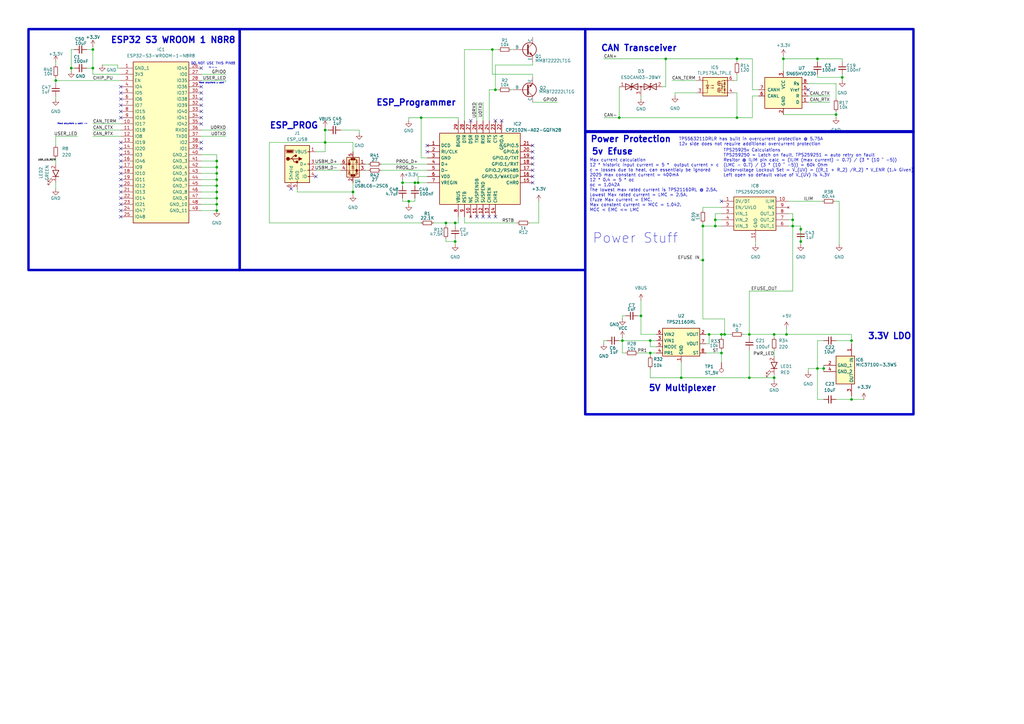
<source format=kicad_sch>
(kicad_sch (version 20250114) (generator "eeschema") (generator_version "9.0")
  (paper "A3")
  (rectangle (start 98.298 11.938) (end 240.03 110.744) (stroke (width 1)))
  (rectangle (start 240.03 11.938) (end 374.65 54.102) (stroke (width 1)))
  (rectangle (start 240.03 53.848) (end 374.65 169.926) (stroke (width 1.016)))
  (rectangle (start 11.684 11.938) (end 98.298 110.744) (stroke (width 1)))
  (text "Move anywhere u want ^\n\n" (at 87.122 34.544 0) (effects (font (size 0.6 0.6))))
  (text "Power Protection" (at 242.062 58.674 0) (effects (font (size 2.54 2.54) (thickness 0.512) (bold yes)) (justify left bottom)))
  (text "Power Stuff" (at 260.604 97.79 0) (effects (font (size 4 4))))
  (text "3.3V LDO" (at 355.854 139.446 0) (effects (font (size 2.54 2.54) (thickness 0.512) (bold yes)) (justify left bottom)))
  (text "TPS563211DRLR has built in overcurrent protection @ 5.75A\n12v side does not require additional overcurrent protection" (at 278.384 56.388 0) (effects (font (size 1.27 1.27)) (justify left top)))
  (text "Move anywhere u want ->\n\n" (at 29.718 51.308 0) (effects (font (size 0.6 0.6))))
  (text "5v Efuse\n" (at 242.57 63.754 0) (effects (font (size 2.54 2.54) (thickness 0.512) (bold yes)) (justify left bottom)))
  (text "TPS25925x Calculations\nTPS259250 = Latch on fault, TPS259251 = auto retry on fault\nResitor @ ILIM pin calc = (ILIM (max current) - 0.7) / (3 * (10 ^ -5))\n(LMC - 0.7) / (3 * (10 ^ -5)) = 60k Ohm\nUndervoltage Lockout Set = V_(UV) = ((R_1 + R_2) /R_2) * V_ENR (1.4 Given)\nLeft open so default value of V_(UV) is 4.3V\n" (at 296.672 60.96 0) (effects (font (size 1.27 1.27)) (justify left top)))
  (text "ESP_PROG" (at 110.49 53.086 0) (effects (font (size 2.54 2.54) (thickness 0.512) (bold yes)) (justify left bottom)))
  (text "CAN Transceiver" (at 246.38 21.336 0) (effects (font (size 2.54 2.54) (thickness 0.512) (bold yes)) (justify left bottom)))
  (text "5V Multiplexer" (at 265.938 160.782 0) (effects (font (size 2.54 2.54) (thickness 0.512) (bold yes)) (justify left bottom)))
  (text "DO NOT USE THIS PIN!!!\n<--" (at 87.376 26.924 0) (effects (font (size 1 1))))
  (text "Max current calculation\n12 * historic input current = 5 *  output current + c\nc = losses due to heat, can essentialy be ignored\n2025 max constant current = 400mA\n12 * 0.4 = 5 * oc\noc = 1.042A\nThe lowest max rated current is TPS2116DRL @ 2.5A.\nLowest Max rated current = LMC = 2.5A.\nEfuze Max current = EMC.\nMax constent current = MCC = 1.042.\nMCC < EMC <= LMC" (at 241.808 65.024 0) (effects (font (size 1.27 1.27)) (justify left top)))
  (text "ESP32 S3 WROOM 1 N8R8" (at 96.774 18.034 0) (effects (font (size 2.54 2.54) (thickness 0.512) (bold yes)) (justify right bottom)))
  (text "ESP_Programmer" (at 154.178 43.688 0) (effects (font (size 2.54 2.54) (thickness 0.512) (bold yes)) (justify left bottom)))
  (junction (at 88.9 76.2))
  (junction (at 38.1 27.94))
  (junction (at 133.35 53.34))
  (junction (at 295.91 144.78))
  (junction (at 302.26 48.26))
  (junction (at 293.37 92.71))
  (junction (at 38.1 20.32))
  (junction (at 88.9 83.82))
  (junction (at 290.83 137.16))
  (junction (at 88.9 71.12))
  (junction (at 325.12 90.17))
  (junction (at 201.93 20.32))
  (junction (at 172.72 48.26))
  (junction (at 203.2 36.83))
  (junction (at 279.4 154.94))
  (junction (at 186.69 91.44))
  (junction (at 88.9 78.74))
  (junction (at 317.5 137.16))
  (junction (at 293.37 90.17))
  (junction (at 29.21 27.94))
  (junction (at 322.58 137.16))
  (junction (at 88.9 66.04))
  (junction (at 295.91 137.16))
  (junction (at 288.29 92.71))
  (junction (at 170.18 74.93))
  (junction (at 307.34 154.94))
  (junction (at 266.7 139.7))
  (junction (at 335.28 24.13))
  (junction (at 88.9 68.58))
  (junction (at 165.1 74.93))
  (junction (at 133.35 58.42))
  (junction (at 182.88 91.44))
  (junction (at 317.5 154.94))
  (junction (at 302.26 24.13))
  (junction (at 262.89 129.54))
  (junction (at 186.69 99.06))
  (junction (at 307.34 137.16))
  (junction (at 266.7 144.78))
  (junction (at 325.12 92.71))
  (junction (at 273.05 24.13))
  (junction (at 337.82 151.13))
  (junction (at 171.45 74.93))
  (junction (at 342.9 46.99))
  (junction (at 88.9 81.28))
  (junction (at 144.78 78.74))
  (junction (at 321.31 24.13))
  (junction (at 328.422 99.06))
  (junction (at 345.44 31.75))
  (junction (at 349.25 139.7))
  (junction (at 349.25 163.83))
  (junction (at 288.29 106.68))
  (junction (at 88.9 86.36))
  (junction (at 254 48.26))
  (junction (at 167.64 82.55))
  (junction (at 255.27 139.7))
  (junction (at 22.86 33.02))
  (junction (at 335.28 151.13))
  (junction (at 328.422 93.98))
  (junction (at 297.18 137.16))
  (junction (at 88.9 73.66))
  (no_connect (at 49.53 88.9))
  (no_connect (at 49.53 86.36))
  (no_connect (at 49.53 76.2))
  (no_connect (at 82.55 60.96))
  (no_connect (at 82.55 40.64))
  (no_connect (at 49.53 45.72))
  (no_connect (at 119.38 77.47))
  (no_connect (at 49.53 60.96))
  (no_connect (at 82.55 50.8))
  (no_connect (at 49.53 71.12))
  (no_connect (at 49.53 68.58))
  (no_connect (at 200.66 88.9))
  (no_connect (at 218.44 62.23))
  (no_connect (at 82.55 43.18))
  (no_connect (at 49.53 83.82))
  (no_connect (at 82.55 35.56))
  (no_connect (at 49.53 66.04))
  (no_connect (at 49.53 81.28))
  (no_connect (at 331.47 36.83))
  (no_connect (at 82.55 58.42))
  (no_connect (at 49.53 43.18))
  (no_connect (at 218.44 72.39))
  (no_connect (at 49.53 38.1))
  (no_connect (at 129.54 72.39))
  (no_connect (at 175.26 62.23))
  (no_connect (at 218.44 59.69))
  (no_connect (at 49.53 35.56))
  (no_connect (at 49.53 48.26))
  (no_connect (at 218.44 67.31))
  (no_connect (at 49.53 58.42))
  (no_connect (at 195.58 88.9))
  (no_connect (at 82.55 27.94))
  (no_connect (at 82.55 38.1))
  (no_connect (at 218.44 64.77))
  (no_connect (at 49.53 78.74))
  (no_connect (at 49.53 63.5))
  (no_connect (at 82.55 48.26))
  (no_connect (at 205.74 49.53))
  (no_connect (at 295.91 82.55))
  (no_connect (at 193.04 49.53))
  (no_connect (at 49.53 40.64))
  (no_connect (at 175.26 59.69))
  (no_connect (at 82.55 45.72))
  (no_connect (at 49.53 73.66))
  (no_connect (at 218.44 74.93))
  (no_connect (at 198.12 88.9))
  (no_connect (at 218.44 69.85))
  (no_connect (at 203.2 88.9))
  (no_connect (at 203.2 49.53))
  (wire (pts (xy 287.02 106.68) (xy 288.29 106.68)))
  (wire (pts (xy 49.53 27.94) (xy 48.26 27.94)))
  (wire (pts (xy 293.37 90.17) (xy 295.91 90.17)))
  (wire (pts (xy 133.35 52.07) (xy 133.35 53.34)))
  (wire (pts (xy 88.9 63.5) (xy 88.9 66.04)))
  (wire (pts (xy 88.9 68.58) (xy 88.9 71.12)))
  (wire (pts (xy 88.9 78.74) (xy 88.9 81.28)))
  (wire (pts (xy 261.62 144.78) (xy 266.7 144.78)))
  (wire (pts (xy 177.8 91.44) (xy 182.88 91.44)))
  (wire (pts (xy 288.29 106.68) (xy 288.29 92.71)))
  (wire (pts (xy 321.31 46.99) (xy 342.9 46.99)))
  (wire (pts (xy 220.98 91.44) (xy 220.98 82.55)))
  (wire (pts (xy 156.21 69.85) (xy 175.26 69.85)))
  (wire (pts (xy 170.18 82.55) (xy 170.18 81.28)))
  (wire (pts (xy 38.1 30.48) (xy 49.53 30.48)))
  (wire (pts (xy 322.58 137.16) (xy 349.25 137.16)))
  (wire (pts (xy 295.91 137.16) (xy 297.18 137.16)))
  (wire (pts (xy 308.61 24.13) (xy 308.61 36.83)))
  (wire (pts (xy 22.86 33.02) (xy 49.53 33.02)))
  (wire (pts (xy 279.4 154.94) (xy 307.34 154.94)))
  (wire (pts (xy 335.28 24.13) (xy 335.28 25.4)))
  (wire (pts (xy 218.44 41.91) (xy 228.6 41.91)))
  (wire (pts (xy 331.47 151.13) (xy 331.47 152.4)))
  (wire (pts (xy 82.55 73.66) (xy 88.9 73.66)))
  (wire (pts (xy 88.9 83.82) (xy 88.9 86.36)))
  (wire (pts (xy 82.55 53.34) (xy 92.71 53.34)))
  (wire (pts (xy 255.27 138.43) (xy 255.27 139.7)))
  (wire (pts (xy 186.69 91.44) (xy 187.96 91.44)))
  (wire (pts (xy 304.8 137.16) (xy 307.34 137.16)))
  (wire (pts (xy 254 48.26) (xy 302.26 48.26)))
  (wire (pts (xy 172.72 48.26) (xy 172.72 64.77)))
  (wire (pts (xy 38.1 27.94) (xy 38.1 30.48)))
  (wire (pts (xy 209.55 36.83) (xy 210.82 36.83)))
  (wire (pts (xy 323.342 92.71) (xy 325.12 92.71)))
  (wire (pts (xy 22.86 55.88) (xy 31.75 55.88)))
  (wire (pts (xy 82.55 30.48) (xy 92.71 30.48)))
  (wire (pts (xy 335.28 31.75) (xy 335.28 30.48)))
  (wire (pts (xy 38.1 19.05) (xy 38.1 20.32)))
  (wire (pts (xy 88.9 81.28) (xy 88.9 83.82)))
  (wire (pts (xy 41.91 26.67) (xy 48.26 26.67)))
  (wire (pts (xy 30.48 20.32) (xy 29.21 20.32)))
  (wire (pts (xy 218.44 26.67) (xy 218.44 25.4)))
  (wire (pts (xy 285.75 33.02) (xy 275.59 33.02)))
  (wire (pts (xy 317.5 143.51) (xy 317.5 146.05)))
  (wire (pts (xy 295.91 137.16) (xy 295.91 138.43)))
  (wire (pts (xy 82.55 81.28) (xy 88.9 81.28)))
  (wire (pts (xy 201.93 20.32) (xy 204.47 20.32)))
  (wire (pts (xy 349.25 163.83) (xy 342.9 163.83)))
  (wire (pts (xy 203.2 26.67) (xy 203.2 36.83)))
  (wire (pts (xy 293.37 92.71) (xy 295.91 92.71)))
  (wire (pts (xy 218.44 30.48) (xy 218.44 31.75)))
  (wire (pts (xy 288.29 106.68) (xy 288.29 130.81)))
  (wire (pts (xy 167.64 82.55) (xy 170.18 82.55)))
  (wire (pts (xy 82.55 66.04) (xy 88.9 66.04)))
  (wire (pts (xy 254 35.56) (xy 254 48.26)))
  (wire (pts (xy 308.61 36.83) (xy 311.15 36.83)))
  (wire (pts (xy 182.88 92.71) (xy 182.88 91.44)))
  (wire (pts (xy 335.28 139.7) (xy 335.28 151.13)))
  (wire (pts (xy 262.89 39.37) (xy 262.89 40.64)))
  (wire (pts (xy 344.17 82.55) (xy 344.17 100.33)))
  (wire (pts (xy 218.44 26.67) (xy 203.2 26.67)))
  (wire (pts (xy 342.9 46.99) (xy 342.9 48.26)))
  (wire (pts (xy 321.31 24.13) (xy 321.31 29.21)))
  (wire (pts (xy 255.27 139.7) (xy 266.7 139.7)))
  (wire (pts (xy 171.45 72.39) (xy 175.26 72.39)))
  (wire (pts (xy 22.86 33.02) (xy 22.86 31.75)))
  (wire (pts (xy 175.26 64.77) (xy 172.72 64.77)))
  (wire (pts (xy 35.56 20.32) (xy 38.1 20.32)))
  (wire (pts (xy 293.37 90.17) (xy 293.37 87.63)))
  (wire (pts (xy 273.05 24.13) (xy 302.26 24.13)))
  (wire (pts (xy 323.342 82.55) (xy 337.312 82.55)))
  (wire (pts (xy 190.5 91.44) (xy 190.5 88.9)))
  (wire (pts (xy 302.26 25.4) (xy 302.26 24.13)))
  (wire (pts (xy 200.66 36.83) (xy 203.2 36.83)))
  (wire (pts (xy 328.422 93.98) (xy 328.422 92.71)))
  (wire (pts (xy 129.54 69.85) (xy 139.7 69.85)))
  (wire (pts (xy 335.28 151.13) (xy 335.28 163.83)))
  (wire (pts (xy 165.1 74.93) (xy 165.1 73.66)))
  (wire (pts (xy 345.44 24.13) (xy 345.44 25.4)))
  (wire (pts (xy 302.26 33.02) (xy 302.26 30.48)))
  (wire (pts (xy 110.49 58.42) (xy 110.49 91.44)))
  (wire (pts (xy 337.82 163.83) (xy 335.28 163.83)))
  (wire (pts (xy 337.82 149.86) (xy 337.82 151.13)))
  (wire (pts (xy 307.34 119.38) (xy 307.34 137.16)))
  (wire (pts (xy 300.99 33.02) (xy 302.26 33.02)))
  (wire (pts (xy 29.21 27.94) (xy 29.21 29.21)))
  (wire (pts (xy 342.9 45.72) (xy 342.9 46.99)))
  (wire (pts (xy 337.82 151.13) (xy 335.28 151.13)))
  (wire (pts (xy 335.28 139.7) (xy 337.82 139.7)))
  (wire (pts (xy 308.61 48.26) (xy 308.61 39.37)))
  (wire (pts (xy 187.96 91.44) (xy 187.96 88.9)))
  (wire (pts (xy 195.58 49.53) (xy 195.58 41.91)))
  (wire (pts (xy 144.78 74.93) (xy 144.78 78.74)))
  (wire (pts (xy 266.7 142.24) (xy 269.24 142.24)))
  (wire (pts (xy 186.69 99.06) (xy 186.69 100.33)))
  (wire (pts (xy 261.62 129.54) (xy 262.89 129.54)))
  (wire (pts (xy 88.9 73.66) (xy 88.9 76.2)))
  (wire (pts (xy 325.12 92.71) (xy 325.12 119.38)))
  (wire (pts (xy 288.29 85.09) (xy 295.91 85.09)))
  (wire (pts (xy 121.92 78.74) (xy 121.92 77.47)))
  (wire (pts (xy 88.9 71.12) (xy 88.9 73.66)))
  (wire (pts (xy 322.58 134.62) (xy 322.58 137.16)))
  (wire (pts (xy 302.26 48.26) (xy 308.61 48.26)))
  (wire (pts (xy 317.5 153.67) (xy 317.5 154.94)))
  (wire (pts (xy 273.05 35.56) (xy 271.78 35.56)))
  (wire (pts (xy 82.55 76.2) (xy 88.9 76.2)))
  (wire (pts (xy 331.47 34.29) (xy 342.9 34.29)))
  (wire (pts (xy 167.64 82.55) (xy 167.64 83.82)))
  (wire (pts (xy 349.25 163.83) (xy 354.33 163.83)))
  (wire (pts (xy 38.1 53.34) (xy 49.53 53.34)))
  (wire (pts (xy 290.83 137.16) (xy 295.91 137.16)))
  (wire (pts (xy 110.49 58.42) (xy 133.35 58.42)))
  (wire (pts (xy 325.12 92.71) (xy 325.12 90.17)))
  (wire (pts (xy 297.18 137.16) (xy 297.18 130.81)))
  (wire (pts (xy 133.35 53.34) (xy 133.35 58.42)))
  (wire (pts (xy 38.1 50.8) (xy 49.53 50.8)))
  (wire (pts (xy 290.83 137.16) (xy 290.83 140.97)))
  (wire (pts (xy 297.18 137.16) (xy 299.72 137.16)))
  (wire (pts (xy 247.65 48.26) (xy 254 48.26)))
  (wire (pts (xy 170.18 74.93) (xy 170.18 76.2)))
  (wire (pts (xy 288.29 85.09) (xy 288.29 86.36)))
  (wire (pts (xy 289.56 144.78) (xy 295.91 144.78)))
  (wire (pts (xy 322.58 137.16) (xy 317.5 137.16)))
  (wire (pts (xy 266.7 151.13) (xy 266.7 154.94)))
  (wire (pts (xy 187.96 48.26) (xy 172.72 48.26)))
  (wire (pts (xy 337.82 151.13) (xy 337.82 152.4)))
  (wire (pts (xy 349.25 137.16) (xy 349.25 139.7)))
  (wire (pts (xy 349.25 139.7) (xy 349.25 140.97)))
  (wire (pts (xy 262.89 129.54) (xy 262.89 137.16)))
  (wire (pts (xy 300.99 38.1) (xy 302.26 38.1)))
  (wire (pts (xy 171.45 72.39) (xy 171.45 74.93)))
  (wire (pts (xy 325.12 119.38) (xy 307.34 119.38)))
  (wire (pts (xy 186.69 97.79) (xy 186.69 99.06)))
  (wire (pts (xy 190.5 20.32) (xy 190.5 49.53)))
  (wire (pts (xy 22.86 64.77) (xy 22.86 67.31)))
  (wire (pts (xy 266.7 144.78) (xy 269.24 144.78)))
  (wire (pts (xy 38.1 55.88) (xy 49.53 55.88)))
  (wire (pts (xy 247.65 24.13) (xy 273.05 24.13)))
  (wire (pts (xy 307.34 137.16) (xy 307.34 138.43)))
  (wire (pts (xy 342.392 82.55) (xy 344.17 82.55)))
  (wire (pts (xy 82.55 86.36) (xy 88.9 86.36)))
  (wire (pts (xy 317.5 154.94) (xy 317.5 156.21)))
  (wire (pts (xy 293.37 87.63) (xy 295.91 87.63)))
  (wire (pts (xy 88.9 66.04) (xy 88.9 68.58)))
  (wire (pts (xy 133.35 58.42) (xy 133.35 62.23)))
  (wire (pts (xy 170.18 74.93) (xy 171.45 74.93)))
  (wire (pts (xy 149.86 67.31) (xy 151.13 67.31)))
  (wire (pts (xy 121.92 78.74) (xy 144.78 78.74)))
  (wire (pts (xy 48.26 26.67) (xy 48.26 27.94)))
  (wire (pts (xy 218.44 30.48) (xy 201.93 30.48)))
  (wire (pts (xy 167.64 48.26) (xy 167.64 49.53)))
  (wire (pts (xy 349.25 163.83) (xy 349.25 162.56)))
  (wire (pts (xy 129.54 67.31) (xy 139.7 67.31)))
  (wire (pts (xy 22.86 39.37) (xy 22.86 40.64)))
  (wire (pts (xy 273.05 24.13) (xy 273.05 35.56)))
  (wire (pts (xy 165.1 74.93) (xy 170.18 74.93)))
  (wire (pts (xy 321.31 22.86) (xy 321.31 24.13)))
  (wire (pts (xy 262.89 123.19) (xy 262.89 129.54)))
  (wire (pts (xy 307.34 137.16) (xy 317.5 137.16)))
  (wire (pts (xy 38.1 20.32) (xy 38.1 27.94)))
  (wire (pts (xy 217.17 91.44) (xy 220.98 91.44)))
  (wire (pts (xy 247.65 139.7) (xy 248.92 139.7)))
  (wire (pts (xy 288.29 130.81) (xy 297.18 130.81)))
  (wire (pts (xy 285.75 38.1) (xy 276.86 38.1)))
  (wire (pts (xy 88.9 76.2) (xy 88.9 78.74)))
  (wire (pts (xy 167.64 48.26) (xy 172.72 48.26)))
  (wire (pts (xy 307.34 143.51) (xy 307.34 154.94)))
  (wire (pts (xy 139.7 53.34) (xy 147.32 53.34)))
  (wire (pts (xy 82.55 71.12) (xy 88.9 71.12)))
  (wire (pts (xy 22.86 59.69) (xy 22.86 55.88)))
  (wire (pts (xy 22.86 74.93) (xy 22.86 77.47)))
  (wire (pts (xy 165.1 82.55) (xy 167.64 82.55)))
  (wire (pts (xy 187.96 48.26) (xy 187.96 49.53)))
  (wire (pts (xy 254 139.7) (xy 255.27 139.7)))
  (wire (pts (xy 186.69 91.44) (xy 186.69 92.71)))
  (wire (pts (xy 255.27 139.7) (xy 255.27 144.78)))
  (wire (pts (xy 133.35 58.42) (xy 144.78 58.42)))
  (wire (pts (xy 276.86 38.1) (xy 276.86 39.37)))
  (wire (pts (xy 182.88 99.06) (xy 186.69 99.06)))
  (wire (pts (xy 266.7 144.78) (xy 266.7 146.05)))
  (wire (pts (xy 182.88 97.79) (xy 182.88 99.06)))
  (wire (pts (xy 29.21 20.32) (xy 29.21 27.94)))
  (wire (pts (xy 144.78 80.01) (xy 144.78 78.74)))
  (wire (pts (xy 345.44 30.48) (xy 345.44 31.75)))
  (wire (pts (xy 82.55 33.02) (xy 92.71 33.02)))
  (wire (pts (xy 165.1 81.28) (xy 165.1 82.55)))
  (wire (pts (xy 165.1 74.93) (xy 165.1 76.2)))
  (wire (pts (xy 295.91 148.59) (xy 295.91 144.78)))
  (wire (pts (xy 331.47 41.91) (xy 340.36 41.91)))
  (wire (pts (xy 266.7 154.94) (xy 279.4 154.94)))
  (wire (pts (xy 325.12 87.63) (xy 325.12 90.17)))
  (wire (pts (xy 82.55 68.58) (xy 88.9 68.58)))
  (wire (pts (xy 307.34 154.94) (xy 317.5 154.94)))
  (wire (pts (xy 335.28 151.13) (xy 331.47 151.13)))
  (wire (pts (xy 190.5 20.32) (xy 201.93 20.32)))
  (wire (pts (xy 308.61 39.37) (xy 311.15 39.37)))
  (wire (pts (xy 325.12 92.71) (xy 328.422 92.71)))
  (wire (pts (xy 82.55 83.82) (xy 88.9 83.82)))
  (wire (pts (xy 82.55 55.88) (xy 92.71 55.88)))
  (wire (pts (xy 345.44 31.75) (xy 345.44 33.02)))
  (wire (pts (xy 203.2 36.83) (xy 204.47 36.83)))
  (wire (pts (xy 149.86 69.85) (xy 151.13 69.85)))
  (wire (pts (xy 342.9 34.29) (xy 342.9 40.64)))
  (wire (pts (xy 321.31 24.13) (xy 335.28 24.13)))
  (wire (pts (xy 156.21 67.31) (xy 175.26 67.31)))
  (wire (pts (xy 82.55 63.5) (xy 88.9 63.5)))
  (wire (pts (xy 289.56 137.16) (xy 290.83 137.16)))
  (wire (pts (xy 129.54 62.23) (xy 133.35 62.23)))
  (wire (pts (xy 133.35 53.34) (xy 134.62 53.34)))
  (wire (pts (xy 323.342 87.63) (xy 325.12 87.63)))
  (wire (pts (xy 255.27 129.54) (xy 256.54 129.54)))
  (wire (pts (xy 198.12 49.53) (xy 198.12 41.91)))
  (wire (pts (xy 295.91 144.78) (xy 295.91 143.51)))
  (wire (pts (xy 279.4 148.59) (xy 279.4 154.94)))
  (wire (pts (xy 35.56 27.94) (xy 38.1 27.94)))
  (wire (pts (xy 328.422 100.33) (xy 328.422 99.06)))
  (wire (pts (xy 335.28 24.13) (xy 345.44 24.13)))
  (wire (pts (xy 22.86 33.02) (xy 22.86 34.29)))
  (wire (pts (xy 201.93 30.48) (xy 201.93 20.32)))
  (wire (pts (xy 22.86 25.4) (xy 22.86 26.67)))
  (wire (pts (xy 331.47 39.37) (xy 340.36 39.37)))
  (wire (pts (xy 328.422 99.06) (xy 328.422 93.98)))
  (wire (pts (xy 349.25 139.7) (xy 342.9 139.7)))
  (wire (pts (xy 302.26 24.13) (xy 308.61 24.13)))
  (wire (pts (xy 269.24 137.16) (xy 262.89 137.16)))
  (wire (pts (xy 255.27 130.81) (xy 255.27 129.54)))
  (wire (pts (xy 288.29 92.71) (xy 293.37 92.71)))
  (wire (pts (xy 288.29 92.71) (xy 288.29 91.44)))
  (wire (pts (xy 255.27 144.78) (xy 256.54 144.78)))
  (wire (pts (xy 110.49 91.44) (xy 172.72 91.44)))
  (wire (pts (xy 302.26 38.1) (xy 302.26 48.26)))
  (wire (pts (xy 182.88 91.44) (xy 186.69 91.44)))
  (wire (pts (xy 190.5 91.44) (xy 212.09 91.44)))
  (wire (pts (xy 293.37 92.71) (xy 293.37 90.17)))
  (wire (pts (xy 171.45 74.93) (xy 175.26 74.93)))
  (wire (pts (xy 29.21 27.94) (xy 30.48 27.94)))
  (wire (pts (xy 266.7 139.7) (xy 269.24 139.7)))
  (wire (pts (xy 309.88 99.06) (xy 309.88 100.33)))
  (wire (pts (xy 335.28 31.75) (xy 345.44 31.75)))
  (wire (pts (xy 144.78 58.42) (xy 144.78 62.23)))
  (wire (pts (xy 317.5 137.16) (xy 317.5 138.43)))
  (wire (pts (xy 247.65 140.97) (xy 247.65 139.7)))
  (wire (pts (xy 323.342 90.17) (xy 325.12 90.17)))
  (wire (pts (xy 266.7 139.7) (xy 266.7 142.24)))
  (wire (pts (xy 82.55 78.74) (xy 88.9 78.74)))
  (wire (pts (xy 200.66 49.53) (xy 200.66 36.83)))
  (wire (pts (xy 209.55 20.32) (xy 210.82 20.32)))
  (wire (pts (xy 147.32 53.34) (xy 147.32 54.61)))
  (wire (pts (xy 289.56 140.97) (xy 290.83 140.97)))
  (label "CAN-" (at 247.65 48.26 0))
  (label "USER_LED" (at 92.71 33.02 180))
  (label "RSTB" (at 210.82 91.44 180))
  (label "PWR_LED" (at 317.5 146.05 180))
  (label "PR1" (at 265.43 144.78 180))
  (label "CAN_TERM" (at 38.1 50.8 0))
  (label "U0TXD" (at 198.12 41.91 270))
  (label "PROG_D+" (at 171.45 67.31 180))
  (label "PROG_D-" (at 171.45 69.85 180))
  (label "CHIP_PU" (at 38.1 33.02 0))
  (label "U0TXD" (at 92.71 55.88 180))
  (label "ST" (at 294.64 144.78 180))
  (label "USR_LED_RSTR" (at 22.86 66.04 180) (effects (font (size 0.65 0.65))))
  (label "USER_LED" (at 31.75 55.88 180))
  (label "GPIO0" (at 92.71 30.48 180))
  (label "CAN_TERM" (at 275.59 33.02 0))
  (label "ILIM" (at 333.502 82.55 180))
  (label "U0RXD" (at 92.71 53.34 180))
  (label "CAN_RTX" (at 38.1 55.88 0))
  (label "EFUSE IN" (at 287.02 106.68 180))
  (label "GPIO0" (at 228.6 41.91 180))
  (label "EFUSE_OUT" (at 318.77 119.38 180))
  (label "USBM_D-" (at 138.43 69.85 180))
  (label "U0RXD" (at 195.58 41.91 270))
  (label "CAN_CTX" (at 340.36 39.37 180))
  (label "USBM_D+" (at 138.43 67.31 180))
  (label "CAN+" (at 247.65 24.13 0))
  (label "CAN_RTX" (at 340.36 41.91 180))
  (label "CAN_CTX" (at 38.1 53.34 0))
  (symbol (lib_id "power:GND") (at 22.86 77.47 0) (unit 1)
    (property "Reference" "#PWR01" (effects (hide yes)))
    (property "Value" "GND" (at 22.86 81.28 0))
  )
  (symbol (lib_id "Connector:USB_B_Micro") (at 121.92 67.31 0) (unit 1)
    (property "Reference" "J1" (at 121.92 54.61 0))
    (property "Value" "ESP_USB" (at 121.92 57.15 0))
    (property "Footprint" "Connector_USB:USB_Micro-B_Molex-105017-0001" (effects (hide yes)))
    (property "Description" "USB Micro Type B connector" (effects (hide yes)))
  )
  (symbol (lib_id "power:GND") (at 247.65 140.97 0) (unit 1)
    (property "Reference" "#PWR095" (effects (hide yes)))
    (property "Value" "GND" (at 247.65 146.05 0))
    (property "Description" "Power symbol creates a global label with name \"GND\" , ground" (effects (hide yes)))
  )
  (symbol (lib_id "SDM_VOLTAGE_REGULATORS:MIC37100-3.3WS") (at 347.98 140.97 270) (unit 1)
    (property "Reference" "IC6" (at 352.552 147.574 90))
    (property "Value" "MIC37100-3.3WS" (at 359.41 149.606 90))
    (property "Footprint" "SDM_MiscFootprint:SOT230P700X180-4N" (effects (hide yes)))
    (property "Datasheet" "https://datasheet.datasheetarchive.com/originals/dk/DKDS-15/281099.pdf" (effects (hide yes)))
    (property "Description" "LDO Voltage Regulators 1.0A Low Voltage uCap LDO Regulator" (effects (hide yes)))
    (property "Height" "1.8" (effects (hide yes)))
    (property "Mouser Part Number" "998-MIC37100-3.3WS" (effects (hide yes)))
    (property "Mouser Price/Stock" "https://www.mouser.co.uk/ProductDetail/Microchip-Technology/MIC37100-3.3WS?qs=kh6iOki%2FeLGN%252BjivEzt6Eg%3D%3D" (effects (hide yes)))
    (property "Manufacturer_Name" "Microchip" (effects (hide yes)))
    (property "Manufacturer_Part_Number" "MIC37100-3.3WS" (effects (hide yes)))
  )
  (symbol (lib_id "Device:C_Small") (at 340.36 139.7 90) (unit 1)
    (property "Reference" "C22" (at 340.36 142.494 90))
    (property "Value" "10uF" (at 340.36 144.272 90))
    (property "Footprint" "Capacitor_SMD:C_0603_1608Metric" (effects (hide yes)))
  )
  (symbol (lib_id "power:GND") (at 309.88 100.33 0) (unit 1)
    (property "Reference" "#PWR081" (effects (hide yes)))
    (property "Value" "GND" (at 309.88 105.41 0))
    (property "Description" "Power symbol creates a global label with name \"GND\" , ground" (effects (hide yes)))
  )
  (symbol (lib_id "Device:R_Small") (at 339.852 82.55 270) (unit 1)
    (property "Reference" "R38" (at 339.852 78.74 90))
    (property "Value" "60.4k" (at 339.852 80.518 90))
    (property "Footprint" "Resistor_SMD:R_0603_1608Metric" (effects (hide yes)))
  )
  (symbol (lib_id "Device:R_Small") (at 259.08 144.78 90) (unit 1)
    (property "Reference" "R28" (at 259.08 140.97 90))
    (property "Value" "10k" (at 259.08 143.002 90))
    (property "Footprint" "Resistor_SMD:R_0603_1608Metric" (effects (hide yes)))
  )
  (symbol (lib_id "power:GND") (at 262.89 40.64 0) (unit 1)
    (property "Reference" "#PWR036" (effects (hide yes)))
    (property "Value" "GND" (at 262.89 44.704 0))
    (property "Description" "Power symbol creates a global label with name \"GND\" , ground" (effects (hide yes)))
  )
  (symbol (lib_id "Device:C_Small") (at 340.36 163.83 90) (unit 1)
    (property "Reference" "C23" (at 340.3663 157.48 90))
    (property "Value" "10uF" (at 340.3663 160.02 90))
    (property "Footprint" "Capacitor_SMD:C_0603_1608Metric" (effects (hide yes)))
  )
  (symbol (lib_id "power:+3.3V") (at 22.86 25.4 0) (unit 1)
    (property "Reference" "#PWR090" (effects (hide yes)))
    (property "Value" "+3.3V" (at 22.86 22.098 0))
    (property "Description" "Power symbol creates a global label with name \"+3.3V\"" (effects (hide yes)))
  )
  (symbol (lib_id "power:VBUS") (at 262.89 123.19 0) (unit 1)
    (property "Reference" "#PWR017" (effects (hide yes)))
    (property "Value" "VBUS" (at 262.89 118.11 0))
    (property "Description" "Power symbol creates a global label with name \"VBUS\"" (effects (hide yes)))
  )
  (symbol (lib_id "Power_Management:TPS2116DRL") (at 279.4 142.24 0) (unit 1)
    (property "Reference" "U2" (at 279.4 129.54 0))
    (property "Value" "TPS2116DRL" (at 279.4 132.08 0))
    (property "Footprint" "Package_TO_SOT_SMD:SOT-583-8" (effects (hide yes)))
    (property "Datasheet" "https://www.ti.com/lit/ds/symlink/tps2116.pdf" (effects (hide yes)))
    (property "Description" "2 Channnels Power Mux with Manual and Priority Switchover, 1.6-5.5V Input Voltage, 2.5A Output Current, Ron 40 mOhm, SOT-583-8" (effects (hide yes)))
  )
  (symbol (lib_id "power:GND") (at 147.32 54.61 0) (unit 1)
    (property "Reference" "#PWR087" (effects (hide yes)))
    (property "Value" "GND" (at 147.32 59.69 0))
    (property "Description" "Power symbol creates a global label with name \"GND\" , ground" (effects (hide yes)))
  )
  (symbol (lib_id "Device:C_Small") (at 33.02 27.94 90) (unit 1)
    (property "Reference" "C1" (at 30.226 23.368 90) (effects (justify right)))
    (property "Value" "100nF" (at 30.226 25.146 90) (effects (justify right)))
    (property "Footprint" "Capacitor_SMD:C_0603_1608Metric" (effects (hide yes)))
  )
  (symbol (lib_id "SDM_MICRO_CONTROLLER:ESP32-S3-WROOM-1-N8R8") (at 49.53 27.94 0) (unit 1)
    (property "Reference" "IC1" (at 66.04 20.32 0))
    (property "Value" "ESP32-S3-WROOM-1-N8R8" (at 66.04 22.86 0))
    (property "Footprint" "SDM_MiscFootprint:ESP32S3WROOM1N8R8" (effects (hide yes)))
    (property "Datasheet" "https://www.espressif.com/sites/default/files/documentation/esp32-s3-wroom-1_wroom-1u_datasheet_en.pdf" (effects (hide yes)))
    (property "Description" "WiFi Modules - 802.11 (Engineering Samples Only) SMD Module, ESP32-S3R8 with 8 MB Octal PSRAM Die, 8 MB Quad SPI flash, PCB Antenna" (effects (hide yes)))
    (property "Height" "3.25" (effects (hide yes)))
    (property "Mouser Part Number" "356-EP32S3WROOM1N8R8" (effects (hide yes)))
    (property "Mouser Price/Stock" "https://www.mouser.co.uk/ProductDetail/Espressif-Systems/ESP32-S3-WROOM-1-N8R8?qs=7D1LtPJG0i3%2F28hKFavOpQ%3D%3D" (effects (hide yes)))
    (property "Manufacturer_Name" "Espressif Systems" (effects (hide yes)))
    (property "Manufacturer_Part_Number" "ESP32-S3-WROOM-1-N8R8" (effects (hide yes)))
  )
  (symbol (lib_id "Device:R_Small") (at 342.9 43.18 0) (mirror x) (unit 1)
    (property "Reference" "R17" (at 345.948 42.164 0))
    (property "Value" "10k" (at 345.948 43.942 0))
    (property "Footprint" "Resistor_SMD:R_0603_1608Metric" (effects (hide yes)))
  )
  (symbol (lib_id "SDM_USBUART:CP2102N-A02-GQFN28") (at 175.26 59.69 0) (unit 1)
    (property "Reference" "IC2" (at 210.566 50.8 0) (effects (justify left)))
    (property "Value" "CP2102N-A02-GQFN28" (at 207.264 53.34 0) (effects (justify left)))
    (property "Footprint" "SDM_MiscFootprint:QFN50P500X500X80-29N-D" (effects (hide yes)))
    (property "Datasheet" "https://componentsearchengine.com/Datasheets/2/CP2102N-A02-GQFN28.pdf" (effects (hide yes)))
    (property "Description" "SILICON LABS - CP2102N-A02-GQFN28 - USB TO UART BRIDGE, -40 TO 85DEG C" (effects (hide yes)))
    (property "Height" "0.8" (effects (hide yes)))
    (property "Mouser Part Number" "634-CP2102NA02GQFN28" (effects (hide yes)))
    (property "Mouser Price/Stock" "https://www.mouser.co.uk/ProductDetail/Silicon-Labs/CP2102N-A02-GQFN28?qs=u16ybLDytRaSBkSkyjYFiA%3D%3D" (effects (hide yes)))
    (property "Manufacturer_Name" "Silicon Labs" (effects (hide yes)))
    (property "Manufacturer_Part_Number" "CP2102N-A02-GQFN28" (effects (hide yes)))
  )
  (symbol (lib_id "power:GND") (at 186.69 100.33 0) (unit 1)
    (property "Reference" "#PWR027" (effects (hide yes)))
    (property "Value" "GND" (at 186.69 105.41 0))
    (property "Description" "Power symbol creates a global label with name \"GND\" , ground" (effects (hide yes)))
  )
  (symbol (lib_id "power:GND") (at 167.64 49.53 0) (unit 1)
    (property "Reference" "#PWR013" (effects (hide yes)))
    (property "Value" "GND" (at 167.64 53.594 0))
    (property "Description" "Power symbol creates a global label with name \"GND\" , ground" (effects (hide yes)))
  )
  (symbol (lib_id "SDM_ESD:ESDCAN03-2BWY") (at 262.89 35.56 0) (unit 1)
    (property "Reference" "D3" (at 262.89 29.21 0))
    (property "Value" "ESDCAN03-2BWY" (at 262.89 31.75 0))
    (property "Footprint" "SDM_MiscFootprint:SOT65P210X110-3N" (effects (hide yes)))
    (property "Datasheet" "https://www.mouser.de/datasheet/2/389/esdcan02-2bwy-954689.pdf" (effects (hide yes)))
    (property "Description" "ESD Suppressors / TVS Diodes Automotive dual-line Transil, Transient voltage suppressor (TVS) for CAN bus" (effects (hide yes)))
    (property "Height" "1.1" (effects (hide yes)))
    (property "Mouser Part Number" "511-ESDCAN03-2BWY" (effects (hide yes)))
    (property "Mouser Price/Stock" "https://www.mouser.co.uk/ProductDetail/STMicroelectronics/ESDCAN03-2BWY?qs=FqY30PPN9V2iiokjuqa22Q%3D%3D" (effects (hide yes)))
    (property "Manufacturer_Name" "STMicroelectronics" (effects (hide yes)))
    (property "Manufacturer_Part_Number" "ESDCAN03-2BWY" (effects (hide yes)))
  )
  (symbol (lib_id "power:GND") (at 345.44 33.02 0) (unit 1)
    (property "Reference" "#PWR031" (effects (hide yes)))
    (property "Value" "GND" (at 345.44 38.1 0))
    (property "Description" "Power symbol creates a global label with name \"GND\" , ground" (effects (hide yes)))
  )
  (symbol (lib_id "SDM_LED:SSF-LXH100LID-01") (at 317.5 156.21 90) (unit 1)
    (property "Reference" "LED1" (at 320.04 150.2416 90) (effects (justify right)))
    (property "Value" "RED" (at 320.04 152.7816 90) (effects (justify right)))
    (property "Footprint" "SDM_MiscFootprint:SSFLXH100LID01" (effects (hide yes)))
    (property "Datasheet" "https://www.lumex.com/spec/SSF-LXH100LID.pdf" (effects (hide yes)))
    (property "Description" "LED Circuit Board Indicator LED Circuit Board Indicator Single Red Diffused, Tinted 2V 20mA Round with Domed Top 5mm, T-1 3/4 Through Hole, Right Angle" (effects (hide yes)))
    (property "Height" "6.25" (effects (hide yes)))
    (property "Mouser Part Number" "696-SSFLXH100LID01" (effects (hide yes)))
    (property "Mouser Price/Stock" "https://www.mouser.co.uk/ProductDetail/Lumex/SSF-LXH100LID-01?qs=C88QikXmxo6L7xvMs1ej%252BA%3D%3D" (effects (hide yes)))
    (property "Manufacturer_Name" "Lumex" (effects (hide yes)))
    (property "Manufacturer_Part_Number" "SSF-LXH100LID-01" (effects (hide yes)))
  )
  (symbol (lib_id "Device:C_Small") (at 259.08 129.54 90) (unit 1)
    (property "Reference" "C7" (at 259.08 125.222 90))
    (property "Value" "1uF" (at 259.08 126.746 90))
    (property "Footprint" "Capacitor_SMD:C_0603_1608Metric" (effects (hide yes)))
  )
  (symbol (lib_id "Device:R_Small") (at 317.5 140.97 0) (mirror y) (unit 1)
    (property "Reference" "R34" (at 321.31 139.7 0))
    (property "Value" "220" (at 321.31 142.24 0))
    (property "Footprint" "Resistor_SMD:R_0603_1608Metric" (effects (hide yes)))
  )
  (symbol (lib_id "power:+3.3V") (at 354.33 163.83 0) (unit 1)
    (property "Reference" "#PWR018" (effects (hide yes)))
    (property "Value" "+3.3V" (at 354.33 158.75 0))
  )
  (symbol (lib_id "power:GND") (at 29.21 29.21 0) (unit 1)
    (property "Reference" "#PWR089" (effects (hide yes)))
    (property "Value" "GND" (at 33.02 31.242 0))
    (property "Description" "Power symbol creates a global label with name \"GND\" , ground" (effects (hide yes)))
  )
  (symbol (lib_id "power:+5V") (at 322.58 134.62 0) (unit 1)
    (property "Reference" "#PWR015" (effects (hide yes)))
    (property "Value" "+5V" (at 322.58 129.54 0))
    (property "Description" "Power symbol creates a global label with name \"+5V\"" (effects (hide yes)))
  )
  (symbol (lib_id "power:GND") (at 344.17 100.33 0) (unit 1)
    (property "Reference" "#PWR083" (effects (hide yes)))
    (property "Value" "GND" (at 344.17 105.41 0))
    (property "Description" "Power symbol creates a global label with name \"GND\" , ground" (effects (hide yes)))
  )
  (symbol (lib_id "power:GND") (at 328.422 100.33 0) (unit 1)
    (property "Reference" "#PWR082" (effects (hide yes)))
    (property "Value" "GND" (at 328.422 105.41 0))
    (property "Description" "Power symbol creates a global label with name \"GND\" , ground" (effects (hide yes)))
  )
  (symbol (lib_id "power:+3.3V") (at 220.98 82.55 0) (unit 1)
    (property "Reference" "#PWR010" (effects (hide yes)))
    (property "Value" "+3.3V" (at 220.98 77.47 0))
    (property "Description" "Power symbol creates a global label with name \"+3.3V\"" (effects (hide yes)))
  )
  (symbol (lib_id "SDM_EFUSE:TPS259250DRCR") (at 295.91 82.55 0) (unit 1)
    (property "Reference" "IC8" (at 309.626 76.2 0))
    (property "Value" "TPS259250DRCR" (at 309.626 78.74 0))
    (property "Footprint" "SDM_MiscFootprint:SON50P300X300X100-11L-D" (effects (hide yes)))
    (property "Datasheet" "http://www.ti.com/lit/gpn/tps25925" (effects (hide yes)))
    (property "Description" "5V, 5A, 30m eFuse with Adjustable +/-15% Accurate Current Limit" (effects (hide yes)))
    (property "Height" "1" (effects (hide yes)))
    (property "Mouser Part Number" "595-TPS259250DRCR" (effects (hide yes)))
    (property "Mouser Price/Stock" "https://www.mouser.co.uk/ProductDetail/Texas-Instruments/TPS259250DRCR?qs=rBWM4%252BvDhIeFy%2FS41XVtgA%3D%3D" (effects (hide yes)))
    (property "Manufacturer_Name" "Texas Instruments" (effects (hide yes)))
    (property "Manufacturer_Part_Number" "TPS259250DRCR" (effects (hide yes)))
  )
  (symbol (lib_id "Power_Protection:USBLC6-2SC6") (at 144.78 67.31 0) (unit 1)
    (property "Reference" "U4" (at 145.288 74.422 0) (effects (justify left)))
    (property "Value" "USBLC6-2SC6" (at 145.288 76.2 0) (effects (justify left)))
    (property "Footprint" "Package_TO_SOT_SMD:SOT-23-6" (effects (hide yes)))
    (property "Datasheet" "https://www.st.com/resource/en/datasheet/usblc6-2.pdf" (effects (hide yes)))
    (property "Description" "Very low capacitance ESD protection diode, 2 data-line, SOT-23-6" (effects (hide yes)))
  )
  (symbol (lib_id "Device:R_Small") (at 295.91 140.97 0) (unit 1)
    (property "Reference" "R33" (at 293.37 139.954 0))
    (property "Value" "10k" (at 292.862 141.732 0))
    (property "Footprint" "Resistor_SMD:R_0603_1608Metric" (effects (hide yes)))
  )
  (symbol (lib_id "Device:C_Small") (at 335.28 27.94 0) (mirror y) (unit 1)
    (property "Reference" "C3" (at 340.868 26.924 0) (effects (justify left)))
    (property "Value" "100nF" (at 343.154 28.702 0) (effects (justify left)))
    (property "Footprint" "Capacitor_SMD:C_0603_1608Metric" (effects (hide yes)))
  )
  (symbol (lib_id "SDM_TRANSISTOR:MMBT2222LT1G") (at 215.9 36.83 0) (mirror x) (unit 1)
    (property "Reference" "Q2" (at 224.028 36.068 0) (effects (justify right)))
    (property "Value" "MMBT2222LT1G" (at 235.712 37.592 0) (effects (justify right)))
    (property "Footprint" "SDM_MiscFootprint:SOT96P237X111-3N" (effects (hide yes)))
    (property "Datasheet" "https://ngspice.sourceforge.io/docs/ngspice-html-manual/manual.xhtml#cha_BJTs" (effects (hide yes)))
    (property "Description" "Bipolar transistor symbol for simulation only, substrate tied to the emitter" (effects (hide yes)))
    (property "Sim.Device" "NPN" (effects (hide yes)))
    (property "Sim.Type" "GUMMELPOON" (effects (hide yes)))
    (property "Sim.Pins" "1=C 2=B 3=E" (effects (hide yes)))
  )
  (symbol (lib_id "Device:C_Small") (at 307.34 140.97 0) (unit 1)
    (property "Reference" "C21" (at 309.88 139.7063 0) (effects (justify left)))
    (property "Value" "100uF" (at 309.88 142.2463 0) (effects (justify left)))
    (property "Footprint" "Capacitor_SMD:CP_Elec_6.3x5.9" (effects (hide yes)))
  )
  (symbol (lib_id "power:GND") (at 255.27 130.81 0) (unit 1)
    (property "Reference" "#PWR07" (effects (hide yes)))
    (property "Value" "GND" (at 251.968 133.096 0))
    (property "Description" "Power symbol creates a global label with name \"GND\" , ground" (effects (hide yes)))
  )
  (symbol (lib_id "Device:R_Small") (at 214.63 91.44 90) (unit 1)
    (property "Reference" "R12" (at 214.63 95.25 90))
    (property "Value" "1k" (at 214.63 93.472 90))
    (property "Footprint" "Resistor_SMD:R_0603_1608Metric" (effects (hide yes)))
  )
  (symbol (lib_id "Device:R_Small") (at 175.26 91.44 270) (unit 1)
    (property "Reference" "R1" (at 175.26 87.63 90))
    (property "Value" "22.1K" (at 175.26 89.408 90))
    (property "Footprint" "Resistor_SMD:R_0603_1608Metric" (effects (hide yes)))
  )
  (symbol (lib_id "power:GND") (at 331.47 152.4 0) (unit 1)
    (property "Reference" "#PWR012" (effects (hide yes)))
    (property "Value" "GND" (at 331.47 157.48 0))
    (property "Description" "Power symbol creates a global label with name \"GND\" , ground" (effects (hide yes)))
  )
  (symbol (lib_id "Device:R_Small") (at 153.67 67.31 90) (unit 1)
    (property "Reference" "R41" (at 153.67 63.754 90))
    (property "Value" "27" (at 153.67 65.532 90))
    (property "Footprint" "Resistor_SMD:R_0603_1608Metric" (effects (hide yes)))
  )
  (symbol (lib_id "Device:C_Small") (at 22.86 36.83 0) (unit 1)
    (property "Reference" "C47" (at 17.018 35.814 0) (effects (justify left)))
    (property "Value" "1uF" (at 17.018 37.592 0) (effects (justify left)))
    (property "Footprint" "Capacitor_SMD:C_0603_1608Metric" (effects (hide yes)))
  )
  (symbol (lib_id "Device:C_Small") (at 345.44 27.94 0) (mirror y) (unit 1)
    (property "Reference" "C19" (at 351.028 26.924 0) (effects (justify left)))
    (property "Value" "100nF" (at 353.314 28.702 0) (effects (justify left)))
    (property "Footprint" "Capacitor_SMD:C_0603_1608Metric" (effects (hide yes)))
  )
  (symbol (lib_id "power:GND") (at 167.64 83.82 0) (unit 1)
    (property "Reference" "#PWR092" (effects (hide yes)))
    (property "Value" "GND" (at 167.64 88.9 0))
    (property "Description" "Power symbol creates a global label with name \"GND\" , ground" (effects (hide yes)))
  )
  (symbol (lib_id "power:GND") (at 317.5 156.21 0) (unit 1)
    (property "Reference" "#PWR014" (effects (hide yes)))
    (property "Value" "GND" (at 317.5 160.02 0))
    (property "Description" "Power symbol creates a global label with name \"GND\" , ground" (effects (hide yes)))
  )
  (symbol (lib_id "Device:R_Small") (at 302.26 137.16 270) (unit 1)
    (property "Reference" "R47" (at 302.26 133.604 90))
    (property "Value" "0" (at 302.26 135.382 90))
    (property "Footprint" "Resistor_SMD:R_0603_1608Metric" (effects (hide yes)))
  )
  (symbol (lib_id "power:+3.3V") (at 321.31 22.86 0) (unit 1)
    (property "Reference" "#PWR028" (effects (hide yes)))
    (property "Value" "+3.3V" (at 321.31 18.542 0))
    (property "Description" "Power symbol creates a global label with name \"+3.3V\"" (effects (hide yes)))
  )
  (symbol (lib_id "power:+3.3V") (at 165.1 73.66 0) (unit 1)
    (property "Reference" "#PWR019" (effects (hide yes)))
    (property "Value" "+3.3V" (at 168.656 71.628 0))
    (property "Description" "Power symbol creates a global label with name \"+3.3V\"" (effects (hide yes)))
  )
  (symbol (lib_id "Device:C_Small") (at 137.16 53.34 270) (unit 1)
    (property "Reference" "C45" (at 140.208 48.768 90) (effects (justify right)))
    (property "Value" "1uF" (at 140.208 50.546 90) (effects (justify right)))
    (property "Footprint" "Capacitor_SMD:C_0603_1608Metric" (effects (hide yes)))
  )
  (symbol (lib_id "SDM_OPTOCOUPLERS:TLP175A_TPL,E") (at 285.75 35.56 0) (unit 1)
    (property "Reference" "IC5" (at 293.116 27.686 0))
    (property "Value" "TLP175A_TPL,E" (at 293.116 29.972 0))
    (property "Footprint" "SDM_MiscFootprint:TLP266J" (effects (hide yes)))
    (property "Datasheet" "http://toshiba.semicon-storage.com/info/docget.jsp?did=13665&prodName=TLP175A" (effects (hide yes)))
    (property "Description" "MOSFET Output Optocouplers Trigger LED Current 1mA85dC3750 Vrms" (effects (hide yes)))
    (property "Height" "2" (effects (hide yes)))
    (property "Mouser Part Number" "757-TLP175A(TPLE" (effects (hide yes)))
    (property "Mouser Price/Stock" "https://www.mouser.co.uk/ProductDetail/Toshiba/TLP175ATPLE?qs=HVbQlW5zcXXp9ILK7hvmMw%3D%3D" (effects (hide yes)))
    (property "Manufacturer_Name" "Toshiba" (effects (hide yes)))
    (property "Manufacturer_Part_Number" "TLP175A(TPL,E" (effects (hide yes)))
  )
  (symbol (lib_id "power:GND") (at 22.86 40.64 0) (unit 1)
    (property "Reference" "#PWR091" (effects (hide yes)))
    (property "Value" "GND" (at 22.86 45.72 0))
    (property "Description" "Power symbol creates a global label with name \"GND\" , ground" (effects (hide yes)))
  )
  (symbol (lib_id "power:GND") (at 144.78 80.01 0) (unit 1)
    (property "Reference" "#PWR020" (effects (hide yes)))
    (property "Value" "GND" (at 144.78 85.09 0))
    (property "Description" "Power symbol creates a global label with name \"GND\" , ground" (effects (hide yes)))
  )
  (symbol (lib_id "power:VBUS") (at 133.35 52.07 0) (unit 1)
    (property "Reference" "#PWR016" (effects (hide yes)))
    (property "Value" "VBUS" (at 133.35 48.768 0))
    (property "Description" "Power symbol creates a global label with name \"VBUS\"" (effects (hide yes)))
  )
  (symbol (lib_id "Device:C_Small") (at 33.02 20.32 90) (unit 1)
    (property "Reference" "C50" (at 30.734 16.002 90) (effects (justify right)))
    (property "Value" "10uF" (at 30.734 17.78 90) (effects (justify right)))
    (property "Footprint" "Capacitor_SMD:C_0603_1608Metric" (effects (hide yes)))
  )
  (symbol (lib_id "power:GND") (at 41.91 26.67 0) (unit 1)
    (property "Reference" "#PWR05" (effects (hide yes)))
    (property "Value" "GND" (at 45.72 28.702 0))
    (property "Description" "Power symbol creates a global label with name \"GND\" , ground" (effects (hide yes)))
  )
  (symbol (lib_id "power:VCC") (at 255.27 138.43 0) (unit 1)
    (property "Reference" "#PWR011" (effects (hide yes)))
    (property "Value" "VCC" (at 255.524 134.62 0))
    (property "Description" "Power symbol creates a global label with name \"VCC\"" (effects (hide yes)))
  )
  (symbol (lib_id "Device:R_Small") (at 302.26 27.94 0) (mirror x) (unit 1)
    (property "Reference" "R14" (at 303.53 26.924 0) (effects (justify left)))
    (property "Value" "120" (at 303.53 28.702 0) (effects (justify left)))
    (property "Footprint" "Resistor_SMD:R_0603_1608Metric" (effects (hide yes)))
  )
  (symbol (lib_id "Device:R_Small") (at 266.7 148.59 0) (unit 1)
    (property "Reference" "R32" (at 267.97 147.32 0) (effects (justify left)))
    (property "Value" "10k" (at 267.97 149.86 0) (effects (justify left)))
    (property "Footprint" "Resistor_SMD:R_0603_1608Metric" (effects (hide yes)))
  )
  (symbol (lib_id "Device:C_Small") (at 186.69 95.25 0) (unit 1)
    (property "Reference" "C2" (at 188.468 94.234 0) (effects (justify left)))
    (property "Value" "1uF" (at 188.722 96.012 0) (effects (justify left)))
    (property "Footprint" "Capacitor_SMD:C_0603_1608Metric" (effects (hide yes)))
  )
  (symbol (lib_id "Device:R_Small") (at 182.88 95.25 0) (unit 1)
    (property "Reference" "R13" (at 179.832 94.234 0))
    (property "Value" "47.5K" (at 179.07 96.012 0))
    (property "Footprint" "Resistor_SMD:R_0603_1608Metric" (effects (hide yes)))
  )
  (symbol (lib_id "power:GND") (at 342.9 48.26 0) (unit 1)
    (property "Reference" "#PWR039" (effects (hide yes)))
    (property "Value" "GND" (at 342.9 53.34 0))
    (property "Description" "Power symbol creates a global label with name \"GND\" , ground" (effects (hide yes)))
  )
  (symbol (lib_id "power:GND") (at 88.9 86.36 0) (unit 1)
    (property "Reference" "#PWR06" (effects (hide yes)))
    (property "Value" "GND" (at 88.9 91.44 0))
    (property "Description" "Power symbol creates a global label with name \"GND\" , ground" (effects (hide yes)))
  )
  (symbol (lib_id "power:GND") (at 276.86 39.37 0) (unit 1)
    (property "Reference" "#PWR034" (effects (hide yes)))
    (property "Value" "GND" (at 276.86 44.45 0))
    (property "Description" "Power symbol creates a global label with name \"GND\" , ground" (effects (hide yes)))
  )
  (symbol (lib_id "Device:C_Small") (at 251.46 139.7 90) (unit 1)
    (property "Reference" "C6" (at 249.936 142.748 90) (effects (justify right)))
    (property "Value" "1uF" (at 250.063 144.399 90) (effects (justify right)))
    (property "Footprint" "Capacitor_SMD:C_0603_1608Metric" (effects (hide yes)))
  )
  (symbol (lib_id "Device:R_Small") (at 153.67 69.85 270) (unit 1)
    (property "Reference" "R42" (at 153.67 71.882 90))
    (property "Value" "27" (at 153.67 73.66 90))
    (property "Footprint" "Resistor_SMD:R_0603_1608Metric" (effects (hide yes)))
  )
  (symbol (lib_id "Device:R_Small") (at 22.86 62.23 0) (unit 1)
    (property "Reference" "R8" (at 25.4 60.96 0) (effects (justify left)))
    (property "Value" "220" (at 25.4 63.5 0) (effects (justify left)))
    (property "Footprint" "Resistor_SMD:R_0603_1608Metric" (effects (hide yes)))
  )
  (symbol (lib_id "SDM_LED:SSF-LXH100LID-01") (at 22.86 77.47 90) (unit 1)
    (property "Reference" "LED2" (at 16.764 70.866 0))
    (property "Value" "GREEN" (at 19.304 70.866 0))
    (property "Footprint" "SDM_MiscFootprint:SSFLXH100LID01" (effects (hide yes)))
    (property "Datasheet" "https://www.lumex.com/spec/SSF-LXH100LID.pdf" (effects (hide yes)))
    (property "Description" "LED Circuit Board Indicator LED Circuit Board Indicator Single Red Diffused, Tinted 2V 20mA Round with Domed Top 5mm, T-1 3/4 Through Hole, Right Angle" (effects (hide yes)))
    (property "Height" "6.25" (effects (hide yes)))
    (property "Mouser Part Number" "696-SSFLXH100LID01" (effects (hide yes)))
    (property "Mouser Price/Stock" "https://www.mouser.com/ProductDetail/Lumex/SSF-LXH100LGD-01?qs=Ma3pWdXK8s8VBFrsMlBOuw%3D%3D" (effects (hide yes)))
    (property "Manufacturer_Name" "Lumex" (effects (hide yes)))
    (property "Manufacturer_Part_Number" "SSF-LXH100LID-01" (effects (hide yes)))
  )
  (symbol (lib_id "Connector:TestPoint") (at 295.91 148.59 180) (unit 1)
    (property "Reference" "TP1" (at 289.052 150.368 0) (effects (justify right)))
    (property "Value" "ST_5V" (at 289.052 152.908 0) (effects (justify right)))
    (property "Footprint" "TestPoint:TestPoint_Pad_1.5x1.5mm" (effects (hide yes)))
    (property "Description" "test point" (effects (hide yes)))
  )
  (symbol (lib_id "Device:C_Small") (at 165.1 78.74 0) (unit 1)
    (property "Reference" "C48" (at 161.544 77.724 0))
    (property "Value" "4.7uF" (at 160.782 79.502 0))
    (property "Footprint" "Capacitor_SMD:C_0603_1608Metric" (effects (hide yes)))
  )
  (symbol (lib_id "power:+3.3V") (at 38.1 19.05 0) (unit 1)
    (property "Reference" "#PWR04" (effects (hide yes)))
    (property "Value" "+3.3V" (at 38.1 15.24 0))
    (property "Description" "Power symbol creates a global label with name \"+3.3V\"" (effects (hide yes)))
  )
  (symbol (lib_id "Device:R_Small") (at 22.86 29.21 0) (unit 1)
    (property "Reference" "R40" (at 19.685 28.575 0))
    (property "Value" "10k" (at 19.812 30.226 0))
    (property "Footprint" "Resistor_SMD:R_0603_1608Metric" (effects (hide yes)))
  )
  (symbol (lib_id "SDM_TRANSISTOR:MMBT2222LT1G") (at 215.9 20.32 0) (unit 1)
    (property "Reference" "Q1" (at 219.456 23.114 0) (effects (justify left)))
    (property "Value" "MMBT2222LT1G" (at 219.456 24.892 0) (effects (justify left)))
    (property "Footprint" "SDM_MiscFootprint:SOT96P237X111-3N" (effects (hide yes)))
    (property "Datasheet" "https://ngspice.sourceforge.io/docs/ngspice-html-manual/manual.xhtml#cha_BJTs" (effects (hide yes)))
    (property "Description" "Bipolar transistor symbol for simulation only, substrate tied to the emitter" (effects (hide yes)))
    (property "Sim.Device" "NPN" (effects (hide yes)))
    (property "Sim.Type" "GUMMELPOON" (effects (hide yes)))
    (property "Sim.Pins" "1=C 2=B 3=E" (effects (hide yes)))
  )
  (symbol (lib_id "Device:R_Small") (at 207.01 36.83 270) (unit 1)
    (property "Reference" "R2" (at 207.01 33.02 90))
    (property "Value" "10k" (at 207.01 34.798 90))
    (property "Footprint" "Resistor_SMD:R_0603_1608Metric" (effects (hide yes)))
  )
  (symbol (lib_id "Device:R_Small") (at 207.01 20.32 270) (unit 1)
    (property "Reference" "R1" (at 207.01 16.51 90))
    (property "Value" "10k" (at 207.01 18.288 90))
    (property "Footprint" "Resistor_SMD:R_0603_1608Metric" (effects (hide yes)))
  )
  (symbol (lib_id "Device:R_Small") (at 288.29 88.9 0) (unit 1)
    (property "Reference" "R39" (at 284.48 88.9 90))
    (property "Value" "1M" (at 286.258 88.9 90))
    (property "Footprint" "Resistor_SMD:R_0603_1608Metric" (effects (hide yes)))
  )
  (symbol (lib_name "SN65HVD230_1") (lib_id "Interface_CAN_LIN:SN65HVD230") (at 321.31 39.37 180) (unit 1)
    (property "Reference" "U7" (at 327.406 27.94 0) (effects (justify right)))
    (property "Value" "SN65HVD230" (at 322.326 30.226 0) (effects (justify right)))
    (property "Footprint" "Package_SO:SOIC-8_3.9x4.9mm_P1.27mm" (effects (hide yes)))
    (property "Datasheet" "http://www.ti.com/lit/ds/symlink/sn65hvd230.pdf" (effects (hide yes)))
    (property "Description" "CAN Bus Transceivers, 3.3V, 1Mbps, Low-Power capabilities, SOIC-8" (effects (hide yes)))
  )
  (symbol (lib_id "Device:C_Small") (at 170.18 78.74 180) (unit 1)
    (property "Reference" "C49" (at 173.736 77.724 0))
    (property "Value" "100nF" (at 175.006 79.502 0))
    (property "Footprint" "Capacitor_SMD:C_0603_1608Metric" (effects (hide yes)))
  )
  (symbol (lib_id "Device:C_Small") (at 328.422 96.52 0) (unit 1)
    (property "Reference" "C43" (at 330.2 95.504 0) (effects (justify left)))
    (property "Value" "1uF" (at 330.454 97.282 0) (effects (justify left)))
    (property "Footprint" "Capacitor_SMD:C_0603_1608Metric" (effects (hide yes)))
  )
)
</source>
